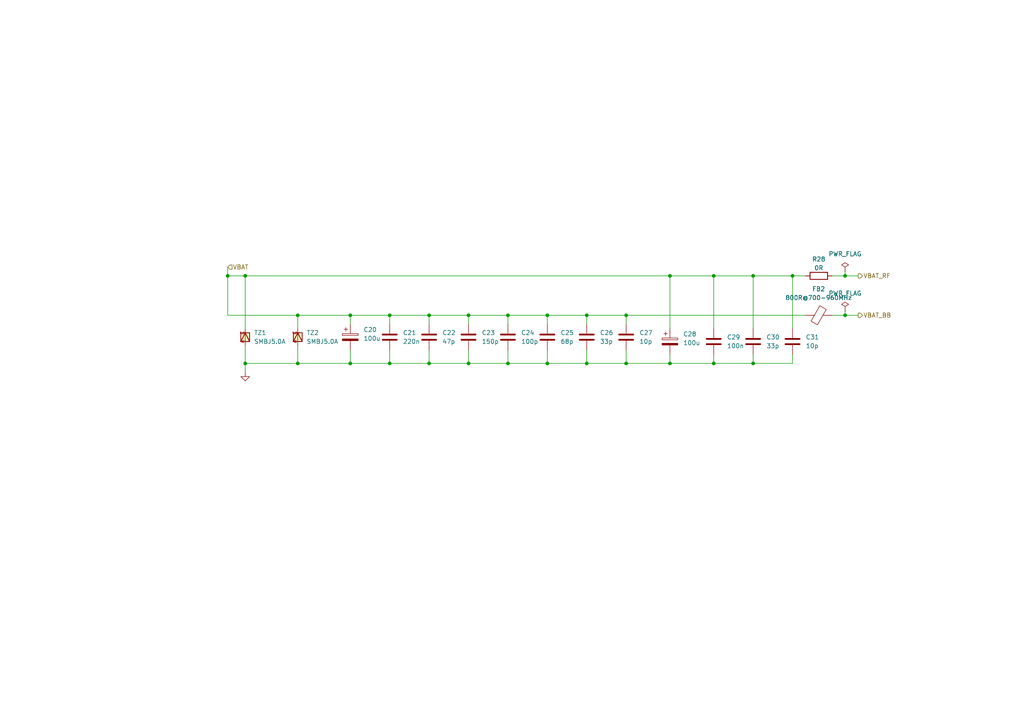
<source format=kicad_sch>
(kicad_sch (version 20250114) (generator "eeschema") (generator_version "9.0")
  (paper "A4")
  (lib_symbols
    (symbol "Device:C" (pin_numbers (hide yes)) (pin_names (offset 0.254))
      (property "Reference" "C" (at 0.635 2.54 0))
      (property "Value" "C" (at 0.635 -2.54 0))
      (symbol "C_0_1"
        (polyline (pts (xy -2.032 0.762) (xy 2.032 0.762)) (stroke (width 0.508)))
        (polyline (pts (xy -2.032 -0.762) (xy 2.032 -0.762)) (stroke (width 0.508)))
      )
      (symbol "C_1_1"
        (pin passive line (at 0 3.81 270) (length 2.794) (name "~") (number "1"))
        (pin passive line (at 0 -3.81 90) (length 2.794) (name "~") (number "2"))
      )
    )
    (symbol "Device:C_Polarized" (pin_numbers (hide yes)) (pin_names (offset 0.254))
      (property "Reference" "C" (at 0.635 2.54 0))
      (property "Value" "C_Polarized" (at 0.635 -2.54 0))
      (symbol "C_Polarized_0_1"
        (rectangle (start -2.286 0.508) (end 2.286 1.016))
        (polyline (pts (xy -1.778 2.286) (xy -0.762 2.286)))
        (polyline (pts (xy -1.27 2.794) (xy -1.27 1.778)))
        (rectangle (start 2.286 -0.508) (end -2.286 -1.016) (fill (type outline)))
      )
      (symbol "C_Polarized_1_1"
        (pin passive line (at 0 3.81 270) (length 2.794) (name "~") (number "1"))
        (pin passive line (at 0 -3.81 90) (length 2.794) (name "~") (number "2"))
      )
    )
    (symbol "Device:FerriteBead" (pin_numbers (hide yes)) (pin_names (offset 0))
      (property "Reference" "FB" (at -3.81 0.635 90))
      (property "Value" "FerriteBead" (at 3.81 0 90))
      (symbol "FerriteBead_0_1"
        (polyline (pts (xy -2.7686 0.4064) (xy -1.7018 2.2606) (xy 2.7686 -0.3048) (xy 1.6764 -2.159) (xy -2.7686 0.4064)))
        (polyline (pts (xy 0 1.27) (xy 0 1.2954)))
        (polyline (pts (xy 0 -1.27) (xy 0 -1.2192)))
      )
      (symbol "FerriteBead_1_1"
        (pin passive line (at 0 3.81 270) (length 2.54) (name "~") (number "1"))
        (pin passive line (at 0 -3.81 90) (length 2.54) (name "~") (number "2"))
      )
    )
    (symbol "Device:R" (pin_numbers (hide yes)) (pin_names (offset 0))
      (property "Reference" "R" (at 2.032 0 90))
      (property "Value" "R" (at 0 0 90))
      (symbol "R_0_1"
        (rectangle (start -1.016 -2.54) (end 1.016 2.54) (stroke (width 0.254)))
      )
      (symbol "R_1_1"
        (pin passive line (at 0 3.81 270) (length 1.27) (name "~") (number "1"))
        (pin passive line (at 0 -3.81 90) (length 1.27) (name "~") (number "2"))
      )
    )
    (symbol "SMBJ5.0A:SMBJ5.0A" (pin_names (offset 1.016))
      (property "Reference" "TZ" (at 5.0819 0.4828 0))
      (property "Value" "SMBJ5.0A" (at 5.096 -2.3187 0))
      (symbol "SMBJ5.0A_0_0"
        (polyline (pts (xy 1.27 -1.27) (xy 3.81 0)) (stroke (width 0.254)))
        (rectangle (start 1.27 -1.27) (end 3.81 1.27) (stroke (width 0.254)) (fill (type background)))
        (polyline (pts (xy 3.81 0) (xy 1.27 1.27)) (stroke (width 0.254)))
        (pin passive line (at 0 0 0) (length 2.54) (name "~") (number "A"))
        (pin passive line (at 5.08 0 180) (length 2.54) (name "~") (number "C"))
      )
    )
    (symbol "power:GND" (power) (pin_numbers (hide yes)) (pin_names (offset 0) (hide yes))
      (property "Value" "GND" (at 0 -3.81 0))
      (symbol "GND_0_1"
        (polyline (pts (xy 0 0) (xy 0 -1.27) (xy 1.27 -1.27) (xy 0 -2.54) (xy -1.27 -1.27) (xy 0 -1.27)))
      )
      (symbol "GND_1_1"
        (pin power_in line (at 0 0 270) (length 0) (name "~") (number "1"))
      )
    )
    (symbol "power:PWR_FLAG" (power) (pin_numbers (hide yes)) (pin_names (offset 0) (hide yes))
      (property "Value" "PWR_FLAG" (at 0 3.81 0))
      (symbol "PWR_FLAG_0_0"
        (pin power_out line (at 0 0 90) (length 0) (name "~") (number "1"))
      )
      (symbol "PWR_FLAG_0_1"
        (polyline (pts (xy 0 0) (xy 0 1.27) (xy -1.016 1.905) (xy 0 2.54) (xy 1.016 1.905) (xy 0 1.27)))
      )
    )
  )
  (junction (at 181.61 105.41))
  (junction (at 194.31 80.01))
  (junction (at 113.03 105.41))
  (junction (at 170.18 91.44))
  (junction (at 170.18 105.41))
  (junction (at 194.31 105.41))
  (junction (at 147.32 91.44))
  (junction (at 86.36 91.44))
  (junction (at 71.12 105.41))
  (junction (at 71.12 80.01))
  (junction (at 66.04 80.01))
  (junction (at 101.6 105.41))
  (junction (at 147.32 105.41))
  (junction (at 207.01 105.41))
  (junction (at 229.87 80.01))
  (junction (at 158.75 91.44))
  (junction (at 245.11 91.44))
  (junction (at 207.01 80.01))
  (junction (at 124.46 105.41))
  (junction (at 158.75 105.41))
  (junction (at 101.6 91.44))
  (junction (at 181.61 91.44))
  (junction (at 135.89 105.41))
  (junction (at 113.03 91.44))
  (junction (at 86.36 105.41))
  (junction (at 245.11 80.01))
  (junction (at 218.44 80.01))
  (junction (at 135.89 91.44))
  (junction (at 124.46 91.44))
  (junction (at 218.44 105.41))
  (wire (pts (xy 245.11 80.01) (xy 248.92 80.01)))
  (wire (pts (xy 124.46 91.44) (xy 124.46 93.98)))
  (wire (pts (xy 86.36 105.41) (xy 101.6 105.41)))
  (wire (pts (xy 245.11 90.17) (xy 245.11 91.44)))
  (wire (pts (xy 194.31 102.87) (xy 194.31 105.41)))
  (wire (pts (xy 86.36 100.33) (xy 86.36 105.41)))
  (wire (pts (xy 71.12 105.41) (xy 71.12 107.95)))
  (wire (pts (xy 71.12 80.01) (xy 66.04 80.01)))
  (wire (pts (xy 229.87 80.01) (xy 233.68 80.01)))
  (wire (pts (xy 86.36 91.44) (xy 101.6 91.44)))
  (wire (pts (xy 135.89 105.41) (xy 147.32 105.41)))
  (wire (pts (xy 101.6 105.41) (xy 113.03 105.41)))
  (wire (pts (xy 66.04 91.44) (xy 86.36 91.44)))
  (wire (pts (xy 147.32 105.41) (xy 158.75 105.41)))
  (wire (pts (xy 147.32 91.44) (xy 147.32 93.98)))
  (wire (pts (xy 124.46 91.44) (xy 113.03 91.44)))
  (wire (pts (xy 229.87 80.01) (xy 218.44 80.01)))
  (wire (pts (xy 170.18 105.41) (xy 181.61 105.41)))
  (wire (pts (xy 241.3 91.44) (xy 245.11 91.44)))
  (wire (pts (xy 124.46 105.41) (xy 135.89 105.41)))
  (wire (pts (xy 147.32 91.44) (xy 135.89 91.44)))
  (wire (pts (xy 71.12 80.01) (xy 194.31 80.01)))
  (wire (pts (xy 233.68 91.44) (xy 181.61 91.44)))
  (wire (pts (xy 194.31 80.01) (xy 194.31 95.25)))
  (wire (pts (xy 147.32 101.6) (xy 147.32 105.41)))
  (wire (pts (xy 158.75 101.6) (xy 158.75 105.41)))
  (wire (pts (xy 135.89 101.6) (xy 135.89 105.41)))
  (wire (pts (xy 170.18 91.44) (xy 170.18 93.98)))
  (wire (pts (xy 218.44 80.01) (xy 218.44 95.25)))
  (wire (pts (xy 66.04 80.01) (xy 66.04 91.44)))
  (wire (pts (xy 207.01 80.01) (xy 194.31 80.01)))
  (wire (pts (xy 229.87 105.41) (xy 218.44 105.41)))
  (wire (pts (xy 135.89 91.44) (xy 124.46 91.44)))
  (wire (pts (xy 158.75 105.41) (xy 170.18 105.41)))
  (wire (pts (xy 101.6 91.44) (xy 101.6 93.98)))
  (wire (pts (xy 207.01 102.87) (xy 207.01 105.41)))
  (wire (pts (xy 113.03 91.44) (xy 113.03 93.98)))
  (wire (pts (xy 158.75 91.44) (xy 158.75 93.98)))
  (wire (pts (xy 71.12 100.33) (xy 71.12 105.41)))
  (wire (pts (xy 218.44 102.87) (xy 218.44 105.41)))
  (wire (pts (xy 71.12 105.41) (xy 86.36 105.41)))
  (wire (pts (xy 170.18 91.44) (xy 158.75 91.44)))
  (wire (pts (xy 113.03 101.6) (xy 113.03 105.41)))
  (wire (pts (xy 181.61 91.44) (xy 181.61 93.98)))
  (wire (pts (xy 170.18 101.6) (xy 170.18 105.41)))
  (wire (pts (xy 86.36 95.25) (xy 86.36 91.44)))
  (wire (pts (xy 113.03 91.44) (xy 101.6 91.44)))
  (wire (pts (xy 218.44 105.41) (xy 207.01 105.41)))
  (wire (pts (xy 207.01 80.01) (xy 207.01 95.25)))
  (wire (pts (xy 218.44 80.01) (xy 207.01 80.01)))
  (wire (pts (xy 207.01 105.41) (xy 194.31 105.41)))
  (wire (pts (xy 181.61 105.41) (xy 194.31 105.41)))
  (wire (pts (xy 245.11 91.44) (xy 248.92 91.44)))
  (wire (pts (xy 241.3 80.01) (xy 245.11 80.01)))
  (wire (pts (xy 71.12 80.01) (xy 71.12 95.25)))
  (wire (pts (xy 181.61 101.6) (xy 181.61 105.41)))
  (wire (pts (xy 113.03 105.41) (xy 124.46 105.41)))
  (wire (pts (xy 245.11 78.74) (xy 245.11 80.01)))
  (wire (pts (xy 229.87 102.87) (xy 229.87 105.41)))
  (wire (pts (xy 135.89 91.44) (xy 135.89 93.98)))
  (wire (pts (xy 181.61 91.44) (xy 170.18 91.44)))
  (wire (pts (xy 158.75 91.44) (xy 147.32 91.44)))
  (wire (pts (xy 66.04 77.47) (xy 66.04 80.01)))
  (wire (pts (xy 124.46 101.6) (xy 124.46 105.41)))
  (wire (pts (xy 101.6 101.6) (xy 101.6 105.41)))
  (wire (pts (xy 229.87 95.25) (xy 229.87 80.01)))
  (hierarchical_label "VBAT_RF" (shape output) (at 248.92 80.01 0))
  (hierarchical_label "VBAT_BB" (shape output) (at 248.92 91.44 0))
  (hierarchical_label "VBAT" (shape input) (at 66.04 77.47 0))
  (symbol (lib_id "Device:C") (at 207.01 99.06 0) (unit 1)
    (property "Reference" "C29" (at 210.82 97.7899 0) (effects (justify left)))
    (property "Value" "100n" (at 210.82 100.3299 0) (effects (justify left)))
    (property "Footprint" "Capacitor_SMD:C_0402_1005Metric" (effects (hide yes)))
    (property "Description" "Unpolarized capacitor" (effects (hide yes)))
  )
  (symbol (lib_id "Device:R") (at 237.49 80.01 90) (unit 1)
    (property "Reference" "R28" (at 237.49 75.184 90))
    (property "Value" "0R" (at 237.49 77.724 90))
    (property "Footprint" "Resistor_SMD:R_0402_1005Metric" (effects (hide yes)))
    (property "Description" "Resistor" (effects (hide yes)))
  )
  (symbol (lib_id "Device:C_Polarized") (at 101.6 97.79 0) (unit 1)
    (property "Reference" "C20" (at 105.41 95.6309 0) (effects (justify left)))
    (property "Value" "100u" (at 105.41 98.1709 0) (effects (justify left)))
    (property "Footprint" "Capacitor_SMD:CP_Elec_6.3x5.4" (effects (hide yes)))
    (property "Description" "Polarized capacitor" (effects (hide yes)))
  )
  (symbol (lib_id "power:GND") (at 71.12 107.95 0) (mirror y) (unit 1)
    (property "Reference" "#PWR035" (effects (hide yes)))
    (property "Value" "GND" (effects (hide yes)))
    (property "Description" "Power symbol creates a global label with name \"GND\" , ground" (effects (hide yes)))
  )
  (symbol (lib_id "Device:C") (at 218.44 99.06 0) (unit 1)
    (property "Reference" "C30" (at 222.25 97.7899 0) (effects (justify left)))
    (property "Value" "33p" (at 222.25 100.3299 0) (effects (justify left)))
    (property "Footprint" "Capacitor_SMD:C_0402_1005Metric" (effects (hide yes)))
    (property "Description" "Unpolarized capacitor" (effects (hide yes)))
  )
  (symbol (lib_id "Device:C") (at 229.87 99.06 0) (unit 1)
    (property "Reference" "C31" (at 233.68 97.7899 0) (effects (justify left)))
    (property "Value" "10p" (at 233.68 100.3299 0) (effects (justify left)))
    (property "Footprint" "Capacitor_SMD:C_0402_1005Metric" (effects (hide yes)))
    (property "Description" "Unpolarized capacitor" (effects (hide yes)))
  )
  (symbol (lib_id "Device:C") (at 158.75 97.79 0) (unit 1)
    (property "Reference" "C25" (at 162.56 96.5199 0) (effects (justify left)))
    (property "Value" "68p" (at 162.56 99.0599 0) (effects (justify left)))
    (property "Footprint" "Capacitor_SMD:C_0402_1005Metric" (effects (hide yes)))
    (property "Description" "Unpolarized capacitor" (effects (hide yes)))
  )
  (symbol (lib_id "SMBJ5.0A:SMBJ5.0A") (at 71.12 100.33 90) (unit 1)
    (property "Reference" "TZ1" (at 73.66 96.5199 90) (effects (justify right)))
    (property "Value" "SMBJ5.0A" (at 73.66 99.0599 90) (effects (justify right)))
    (property "Footprint" "SMBJ5.0A:SMB" (effects (hide yes)))
    (property "MF" "Bourns Inc." (effects (hide yes)))
    (property "DESCRIPTION" "Diode TVS Single Uni-Dir 5V 600W 2-Pin SMB" (effects (hide yes)))
    (property "PACKAGE" "DO-214 Bourns" (effects (hide yes)))
    (property "PRICE" "None" (effects (hide yes)))
    (property "Package" "DO-214AA-214 Bourns Inc." (effects (hide yes)))
    (property "Check_prices" "https://www.snapeda.com/parts/SMBJ5.0A/Bourns/view-part/?ref=eda" (effects (hide yes)))
    (property "Price" "None" (effects (hide yes)))
    (property "SnapEDA_Link" "https://www.snapeda.com/parts/SMBJ5.0A/Bourns/view-part/?ref=snap" (effects (hide yes)))
    (property "MP" "SMBJ5.0A" (effects (hide yes)))
    (property "Availability" "In Stock" (effects (hide yes)))
    (property "AVAILABILITY" "Unavailable" (effects (hide yes)))
    (property "Description_1" "A 5.0V, 600W, uni-directional, SMB pkg TVS Diode | Bourns SMBJ5.0A" (effects (hide yes)))
  )
  (symbol (lib_id "Device:C") (at 113.03 97.79 0) (unit 1)
    (property "Reference" "C21" (at 116.84 96.5199 0) (effects (justify left)))
    (property "Value" "220n" (at 116.84 99.0599 0) (effects (justify left)))
    (property "Footprint" "Capacitor_SMD:C_0402_1005Metric" (effects (hide yes)))
    (property "Description" "Unpolarized capacitor" (effects (hide yes)))
  )
  (symbol (lib_id "Device:FerriteBead") (at 237.49 91.44 90) (unit 1)
    (property "Reference" "FB2" (at 237.4392 83.82 90))
    (property "Value" "800R@700-960MHz" (at 237.4392 86.36 90))
    (property "Footprint" "Inductor_SMD:L_0805_2012Metric" (effects (hide yes)))
    (property "Description" "Ferrite bead" (effects (hide yes)))
  )
  (symbol (lib_id "power:PWR_FLAG") (at 245.11 78.74 0) (unit 1)
    (property "Reference" "#FLG011" (effects (hide yes)))
    (property "Value" "PWR_FLAG" (at 245.11 73.66 0))
    (property "Description" "Special symbol for telling ERC where power comes from" (effects (hide yes)))
  )
  (symbol (lib_id "SMBJ5.0A:SMBJ5.0A") (at 86.36 100.33 90) (unit 1)
    (property "Reference" "TZ2" (at 88.9 96.5199 90) (effects (justify right)))
    (property "Value" "SMBJ5.0A" (at 88.9 99.0599 90) (effects (justify right)))
    (property "Footprint" "SMBJ5.0A:SMB" (effects (hide yes)))
    (property "MF" "Bourns Inc." (effects (hide yes)))
    (property "DESCRIPTION" "Diode TVS Single Uni-Dir 5V 600W 2-Pin SMB" (effects (hide yes)))
    (property "PACKAGE" "DO-214 Bourns" (effects (hide yes)))
    (property "PRICE" "None" (effects (hide yes)))
    (property "Package" "DO-214AA-214 Bourns Inc." (effects (hide yes)))
    (property "Check_prices" "https://www.snapeda.com/parts/SMBJ5.0A/Bourns/view-part/?ref=eda" (effects (hide yes)))
    (property "Price" "None" (effects (hide yes)))
    (property "SnapEDA_Link" "https://www.snapeda.com/parts/SMBJ5.0A/Bourns/view-part/?ref=snap" (effects (hide yes)))
    (property "MP" "SMBJ5.0A" (effects (hide yes)))
    (property "Availability" "In Stock" (effects (hide yes)))
    (property "AVAILABILITY" "Unavailable" (effects (hide yes)))
    (property "Description_1" "A 5.0V, 600W, uni-directional, SMB pkg TVS Diode | Bourns SMBJ5.0A" (effects (hide yes)))
  )
  (symbol (lib_id "Device:C") (at 181.61 97.79 0) (unit 1)
    (property "Reference" "C27" (at 185.42 96.5199 0) (effects (justify left)))
    (property "Value" "10p" (at 185.42 99.0599 0) (effects (justify left)))
    (property "Footprint" "Capacitor_SMD:C_0402_1005Metric" (effects (hide yes)))
    (property "Description" "Unpolarized capacitor" (effects (hide yes)))
  )
  (symbol (lib_id "Device:C_Polarized") (at 194.31 99.06 0) (unit 1)
    (property "Reference" "C28" (at 198.12 96.9009 0) (effects (justify left)))
    (property "Value" "100u" (at 198.12 99.4409 0) (effects (justify left)))
    (property "Footprint" "Capacitor_SMD:CP_Elec_6.3x5.4" (effects (hide yes)))
    (property "Description" "Polarized capacitor" (effects (hide yes)))
  )
  (symbol (lib_id "Device:C") (at 124.46 97.79 0) (unit 1)
    (property "Reference" "C22" (at 128.27 96.5199 0) (effects (justify left)))
    (property "Value" "47p" (at 128.27 99.0599 0) (effects (justify left)))
    (property "Footprint" "Capacitor_SMD:C_0402_1005Metric" (effects (hide yes)))
    (property "Description" "Unpolarized capacitor" (effects (hide yes)))
  )
  (symbol (lib_id "power:PWR_FLAG") (at 245.11 90.17 0) (unit 1)
    (property "Reference" "#FLG012" (effects (hide yes)))
    (property "Value" "PWR_FLAG" (at 245.11 85.09 0))
    (property "Description" "Special symbol for telling ERC where power comes from" (effects (hide yes)))
  )
  (symbol (lib_id "Device:C") (at 170.18 97.79 0) (unit 1)
    (property "Reference" "C26" (at 173.99 96.5199 0) (effects (justify left)))
    (property "Value" "33p" (at 173.99 99.0599 0) (effects (justify left)))
    (property "Footprint" "Capacitor_SMD:C_0402_1005Metric" (effects (hide yes)))
    (property "Description" "Unpolarized capacitor" (effects (hide yes)))
  )
  (symbol (lib_id "Device:C") (at 147.32 97.79 0) (unit 1)
    (property "Reference" "C24" (at 151.13 96.5199 0) (effects (justify left)))
    (property "Value" "100p" (at 151.13 99.0599 0) (effects (justify left)))
    (property "Footprint" "Capacitor_SMD:C_0402_1005Metric" (effects (hide yes)))
    (property "Description" "Unpolarized capacitor" (effects (hide yes)))
  )
  (symbol (lib_id "Device:C") (at 135.89 97.79 0) (unit 1)
    (property "Reference" "C23" (at 139.7 96.5199 0) (effects (justify left)))
    (property "Value" "150p" (at 139.7 99.0599 0) (effects (justify left)))
    (property "Footprint" "Capacitor_SMD:C_0402_1005Metric" (effects (hide yes)))
    (property "Description" "Unpolarized capacitor" (effects (hide yes)))
  )
)
</source>
